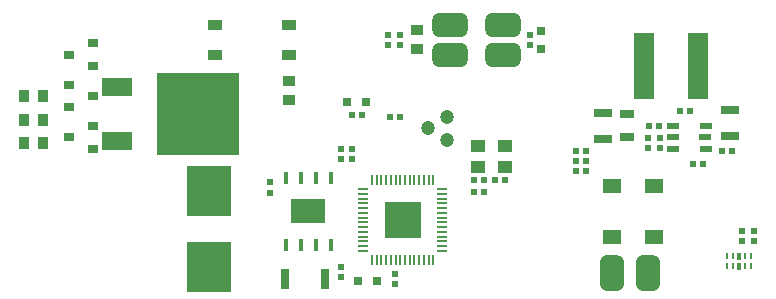
<source format=gtp>
G04*
G04 #@! TF.GenerationSoftware,Altium Limited,Altium Designer,25.8.1 (18)*
G04*
G04 Layer_Color=8421504*
%FSLAX44Y44*%
%MOMM*%
G71*
G04*
G04 #@! TF.SameCoordinates,CB7AE753-39BB-4508-A2AF-D9C63A25AC19*
G04*
G04*
G04 #@! TF.FilePolarity,Positive*
G04*
G01*
G75*
%ADD16R,2.9411X2.0411*%
%ADD17R,0.6153X0.5725*%
%ADD18R,1.0000X0.6000*%
%ADD19R,1.8000X5.7000*%
%ADD20R,0.5725X0.6153*%
%ADD21O,0.2000X0.9000*%
%ADD22R,0.8000X0.8000*%
%ADD23O,0.9000X0.2000*%
%ADD24R,1.3000X0.7000*%
G04:AMPARAMS|DCode=25|XSize=1.0611mm|YSize=0.418mm|CornerRadius=0.209mm|HoleSize=0mm|Usage=FLASHONLY|Rotation=90.000|XOffset=0mm|YOffset=0mm|HoleType=Round|Shape=RoundedRectangle|*
%AMROUNDEDRECTD25*
21,1,1.0611,0.0000,0,0,90.0*
21,1,0.6431,0.4180,0,0,90.0*
1,1,0.4180,0.0000,0.3215*
1,1,0.4180,0.0000,-0.3215*
1,1,0.4180,0.0000,-0.3215*
1,1,0.4180,0.0000,0.3215*
%
%ADD25ROUNDEDRECTD25*%
%ADD26R,1.5062X0.7562*%
%ADD27R,3.1000X3.1000*%
%ADD28R,1.3000X1.0500*%
G04:AMPARAMS|DCode=29|XSize=3mm|YSize=2mm|CornerRadius=0.5mm|HoleSize=0mm|Usage=FLASHONLY|Rotation=270.000|XOffset=0mm|YOffset=0mm|HoleType=Round|Shape=RoundedRectangle|*
%AMROUNDEDRECTD29*
21,1,3.0000,1.0000,0,0,270.0*
21,1,2.0000,2.0000,0,0,270.0*
1,1,1.0000,-0.5000,-1.0000*
1,1,1.0000,-0.5000,1.0000*
1,1,1.0000,0.5000,1.0000*
1,1,1.0000,0.5000,-1.0000*
%
%ADD29ROUNDEDRECTD29*%
G04:AMPARAMS|DCode=30|XSize=3mm|YSize=2mm|CornerRadius=0.5mm|HoleSize=0mm|Usage=FLASHONLY|Rotation=180.000|XOffset=0mm|YOffset=0mm|HoleType=Round|Shape=RoundedRectangle|*
%AMROUNDEDRECTD30*
21,1,3.0000,1.0000,0,0,180.0*
21,1,2.0000,2.0000,0,0,180.0*
1,1,1.0000,-1.0000,0.5000*
1,1,1.0000,1.0000,0.5000*
1,1,1.0000,1.0000,-0.5000*
1,1,1.0000,-1.0000,-0.5000*
%
%ADD30ROUNDEDRECTD30*%
%ADD31R,1.0000X0.9500*%
%ADD32R,1.1500X0.9000*%
%ADD33R,0.8000X1.7000*%
%ADD34R,0.7000X0.6500*%
%ADD35R,1.5200X1.3000*%
%ADD36C,1.2000*%
%ADD37R,0.4180X1.0611*%
%ADD38R,0.9000X0.8000*%
G04:AMPARAMS|DCode=39|XSize=0.565mm|YSize=0.2mm|CornerRadius=0.05mm|HoleSize=0mm|Usage=FLASHONLY|Rotation=270.000|XOffset=0mm|YOffset=0mm|HoleType=Round|Shape=RoundedRectangle|*
%AMROUNDEDRECTD39*
21,1,0.5650,0.1000,0,0,270.0*
21,1,0.4650,0.2000,0,0,270.0*
1,1,0.1000,-0.0500,-0.2325*
1,1,0.1000,-0.0500,0.2325*
1,1,0.1000,0.0500,0.2325*
1,1,0.1000,0.0500,-0.2325*
%
%ADD39ROUNDEDRECTD39*%
%ADD40R,0.9500X1.0000*%
%ADD41R,2.5000X1.5000*%
%ADD42R,7.0000X7.0000*%
%ADD43R,3.8100X4.2418*%
G36*
X303800Y28000D02*
X301200D01*
X301101D01*
X300917Y28076D01*
X300776Y28217D01*
X300700Y28400D01*
Y28500D01*
D01*
Y33150D01*
Y33249D01*
X300776Y33433D01*
X300917Y33574D01*
X301101Y33650D01*
X301200D01*
D01*
X303800D01*
X303899D01*
X304083Y33574D01*
X304224Y33433D01*
X304300Y33249D01*
Y33150D01*
D01*
Y28500D01*
Y28400D01*
X304224Y28217D01*
X304083Y28076D01*
X303899Y28000D01*
X303800D01*
D01*
D02*
G37*
G36*
X300700Y41500D02*
Y41599D01*
X300776Y41783D01*
X300917Y41924D01*
X301101Y42000D01*
X301200D01*
D01*
X303800D01*
X303899D01*
X304083Y41924D01*
X304224Y41783D01*
X304300Y41599D01*
Y41500D01*
D01*
Y36850D01*
Y36751D01*
X304224Y36567D01*
X304083Y36426D01*
X303899Y36350D01*
X303800D01*
D01*
X301200D01*
X301101D01*
X300917Y36426D01*
X300776Y36567D01*
X300700Y36751D01*
Y36850D01*
D01*
Y41500D01*
D02*
G37*
D16*
X-62500Y77500D02*
D03*
D17*
X260536Y162500D02*
D03*
X251964D02*
D03*
X15536Y157500D02*
D03*
X225714Y150000D02*
D03*
X-25536Y158750D02*
D03*
X-16964D02*
D03*
X173036Y120000D02*
D03*
X288214Y128750D02*
D03*
X104286Y104000D02*
D03*
X78214D02*
D03*
X234286Y150000D02*
D03*
X173036Y128750D02*
D03*
X6964Y157500D02*
D03*
X173036Y111250D02*
D03*
X164464D02*
D03*
X271786Y117500D02*
D03*
X263214D02*
D03*
X164464Y128750D02*
D03*
Y120000D02*
D03*
X296786Y128750D02*
D03*
X95714Y104000D02*
D03*
X78214Y94000D02*
D03*
X86786Y104000D02*
D03*
X86786Y94000D02*
D03*
D18*
X274000Y149500D02*
D03*
X246000D02*
D03*
Y140000D02*
D03*
X273889Y140624D02*
D03*
X246000Y130500D02*
D03*
X274000D02*
D03*
D19*
X268000Y200000D02*
D03*
X222000D02*
D03*
D20*
X11250Y15714D02*
D03*
Y24286D02*
D03*
X225000Y139286D02*
D03*
X-95000Y101786D02*
D03*
X125000Y226786D02*
D03*
Y218214D02*
D03*
X15000Y226786D02*
D03*
X-95000Y93214D02*
D03*
X5000Y226786D02*
D03*
X235000Y139286D02*
D03*
X305000Y60536D02*
D03*
X315000D02*
D03*
X15000Y218214D02*
D03*
X5000D02*
D03*
X315000Y51964D02*
D03*
X305000D02*
D03*
X-35000Y30536D02*
D03*
Y21964D02*
D03*
X235000Y130714D02*
D03*
X225000Y130714D02*
D03*
X-35000Y121964D02*
D03*
X-25000D02*
D03*
Y130536D02*
D03*
X-35000D02*
D03*
D21*
X11500Y36250D02*
D03*
X-8500D02*
D03*
X27500D02*
D03*
Y103750D02*
D03*
X-8500D02*
D03*
X3500D02*
D03*
X-4500Y36250D02*
D03*
X-500D02*
D03*
X3500D02*
D03*
X7500D02*
D03*
X15500D02*
D03*
X19500D02*
D03*
X23500D02*
D03*
X31500D02*
D03*
X35500D02*
D03*
X39500D02*
D03*
X43500D02*
D03*
Y103750D02*
D03*
X39500D02*
D03*
X35500D02*
D03*
X31500D02*
D03*
X23500D02*
D03*
X19500D02*
D03*
X15500D02*
D03*
X11500D02*
D03*
X7500D02*
D03*
X-500D02*
D03*
X-4500D02*
D03*
D22*
X-4500Y18000D02*
D03*
X-29250Y170000D02*
D03*
X-13250D02*
D03*
X-20500Y18000D02*
D03*
D23*
X51250Y72000D02*
D03*
X-16250Y96000D02*
D03*
Y92000D02*
D03*
Y76000D02*
D03*
Y72000D02*
D03*
X51250Y60000D02*
D03*
Y44000D02*
D03*
Y48000D02*
D03*
Y52000D02*
D03*
Y56000D02*
D03*
Y64000D02*
D03*
Y68000D02*
D03*
Y76000D02*
D03*
Y80000D02*
D03*
Y84000D02*
D03*
Y88000D02*
D03*
Y92000D02*
D03*
Y96000D02*
D03*
X-16250Y88000D02*
D03*
Y84000D02*
D03*
Y80000D02*
D03*
Y68000D02*
D03*
Y64000D02*
D03*
Y60000D02*
D03*
Y56000D02*
D03*
Y52000D02*
D03*
Y48000D02*
D03*
Y44000D02*
D03*
D24*
X207500Y159500D02*
D03*
Y140500D02*
D03*
D25*
X-81550Y105755D02*
D03*
X-43450Y49245D02*
D03*
X-56150D02*
D03*
X-43450Y105755D02*
D03*
X-56150D02*
D03*
X-68850D02*
D03*
Y49245D02*
D03*
D26*
X187500Y161000D02*
D03*
Y139000D02*
D03*
X295000Y163500D02*
D03*
Y141500D02*
D03*
D27*
X17500Y70000D02*
D03*
D28*
X81000Y132750D02*
D03*
X104000Y115250D02*
D03*
Y132750D02*
D03*
X81000Y115250D02*
D03*
D29*
X225000Y25000D02*
D03*
X195000D02*
D03*
D30*
X57500Y235000D02*
D03*
X102500Y235000D02*
D03*
Y210000D02*
D03*
X57500Y210000D02*
D03*
D31*
X30000Y230500D02*
D03*
Y214500D02*
D03*
X-78750Y172000D02*
D03*
Y188000D02*
D03*
D32*
X-78750Y235200D02*
D03*
X-141250D02*
D03*
X-78750Y209800D02*
D03*
X-141250D02*
D03*
D33*
X-82000Y20000D02*
D03*
X-48000D02*
D03*
D34*
X135000Y230250D02*
D03*
Y214750D02*
D03*
D35*
X230000Y99100D02*
D03*
X195000D02*
D03*
X230000Y55900D02*
D03*
X195000D02*
D03*
D36*
X38750Y147500D02*
D03*
X55000Y157500D02*
D03*
Y137500D02*
D03*
D37*
X-81550Y49245D02*
D03*
D38*
X-265000Y140000D02*
D03*
X-245000Y149500D02*
D03*
Y130500D02*
D03*
X-265000Y184500D02*
D03*
Y165500D02*
D03*
X-245000Y175000D02*
D03*
Y219500D02*
D03*
Y200500D02*
D03*
X-265000Y210000D02*
D03*
D39*
X312500Y39175D02*
D03*
X307500D02*
D03*
X297500D02*
D03*
X292500D02*
D03*
Y30825D02*
D03*
X297500D02*
D03*
X307500D02*
D03*
X312500D02*
D03*
D40*
X-303000Y175000D02*
D03*
X-287000D02*
D03*
X-303000Y155000D02*
D03*
X-287000D02*
D03*
X-303000Y135000D02*
D03*
X-287000D02*
D03*
D41*
X-224500Y183000D02*
D03*
Y137000D02*
D03*
D42*
X-155500Y160000D02*
D03*
D43*
X-146250Y94377D02*
D03*
Y30623D02*
D03*
M02*

</source>
